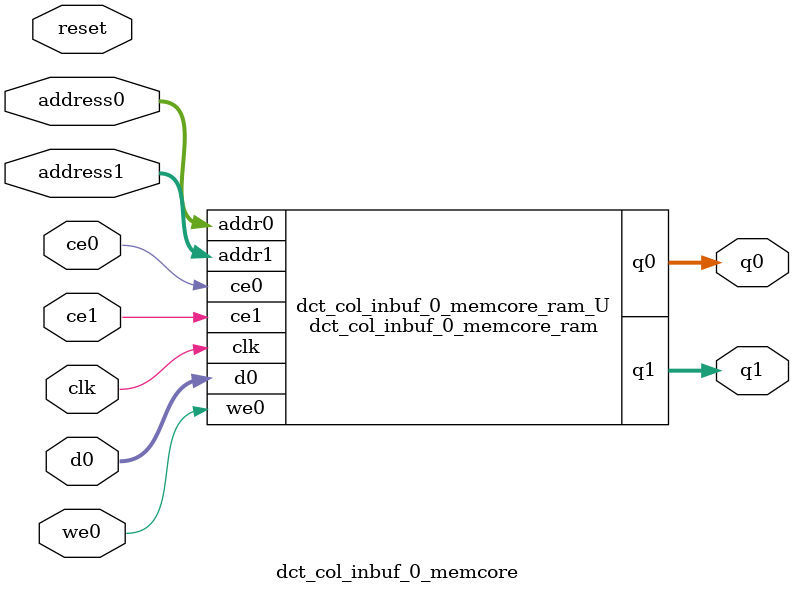
<source format=v>

`timescale 1 ns / 1 ps
module dct_col_inbuf_0_memcore_ram (addr0, ce0, d0, we0, q0, addr1, ce1, q1,  clk);

parameter DWIDTH = 16;
parameter AWIDTH = 4;
parameter MEM_SIZE = 16;

input[AWIDTH-1:0] addr0;
input ce0;
input[DWIDTH-1:0] d0;
input we0;
output reg[DWIDTH-1:0] q0;
input[AWIDTH-1:0] addr1;
input ce1;
output reg[DWIDTH-1:0] q1;
input clk;

(* ram_style = "distributed" *)reg [DWIDTH-1:0] ram[MEM_SIZE-1:0];




always @(posedge clk)  
begin 
    if (ce0) 
    begin
        if (we0) 
        begin 
            ram[addr0] <= d0; 
            q0 <= d0;
        end 
        else 
            q0 <= ram[addr0];
    end
end


always @(posedge clk)  
begin 
    if (ce1) 
    begin
            q1 <= ram[addr1];
    end
end


endmodule


`timescale 1 ns / 1 ps
module dct_col_inbuf_0_memcore(
    reset,
    clk,
    address0,
    ce0,
    we0,
    d0,
    q0,
    address1,
    ce1,
    q1);

parameter DataWidth = 32'd16;
parameter AddressRange = 32'd16;
parameter AddressWidth = 32'd4;
input reset;
input clk;
input[AddressWidth - 1:0] address0;
input ce0;
input we0;
input[DataWidth - 1:0] d0;
output[DataWidth - 1:0] q0;
input[AddressWidth - 1:0] address1;
input ce1;
output[DataWidth - 1:0] q1;



dct_col_inbuf_0_memcore_ram dct_col_inbuf_0_memcore_ram_U(
    .clk( clk ),
    .addr0( address0 ),
    .ce0( ce0 ),
    .d0( d0 ),
    .we0( we0 ),
    .q0( q0 ),
    .addr1( address1 ),
    .ce1( ce1 ),
    .q1( q1 ));

endmodule


</source>
